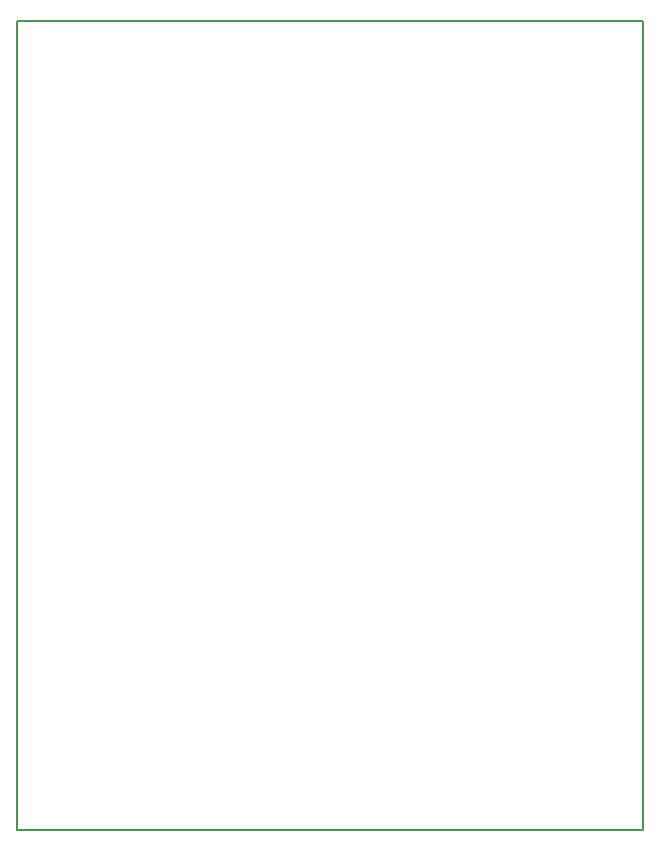
<source format=gbr>
G04 #@! TF.FileFunction,Profile,NP*
%FSLAX46Y46*%
G04 Gerber Fmt 4.6, Leading zero omitted, Abs format (unit mm)*
G04 Created by KiCad (PCBNEW 4.0.4-stable) date Fri Dec  2 08:04:54 2016*
%MOMM*%
%LPD*%
G01*
G04 APERTURE LIST*
%ADD10C,0.100000*%
%ADD11C,0.150000*%
G04 APERTURE END LIST*
D10*
D11*
X185500000Y-137000000D02*
X185500000Y-68500000D01*
X238500000Y-137000000D02*
X185500000Y-137000000D01*
X238500000Y-68500000D02*
X238500000Y-137000000D01*
X185500000Y-68500000D02*
X238500000Y-68500000D01*
M02*

</source>
